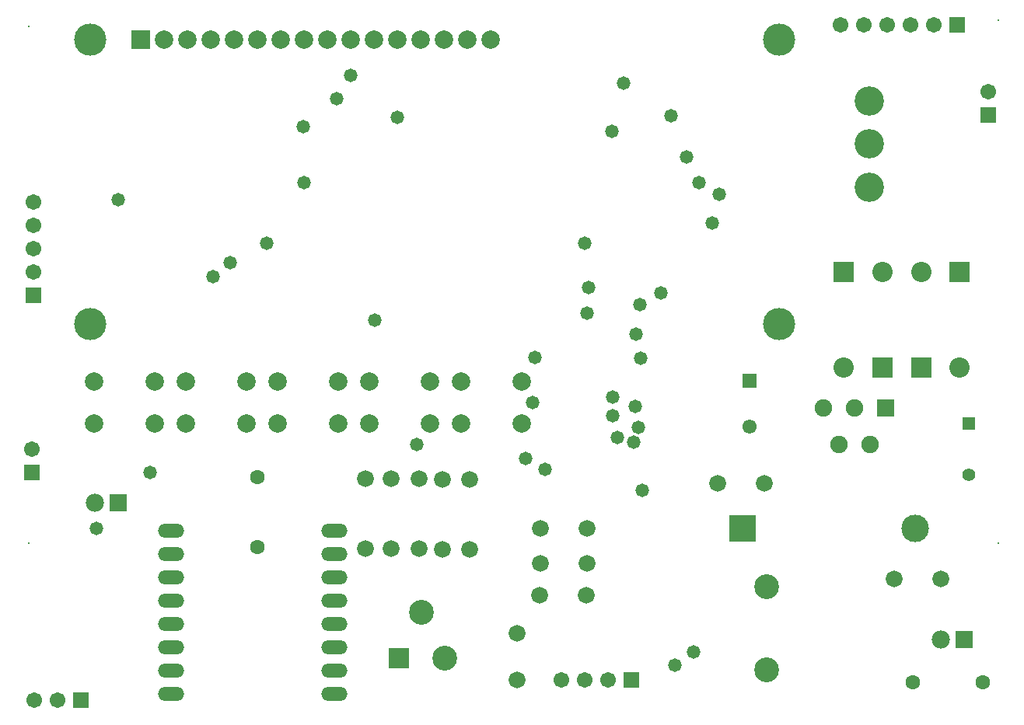
<source format=gbs>
%FSLAX44Y44*%
%MOMM*%
G71*
G01*
G75*
G04 Layer_Color=16711935*
%ADD10R,1.8000X0.2300*%
%ADD11O,0.2300X1.8000*%
%ADD12R,0.2300X1.8000*%
%ADD13C,1.0000*%
%ADD14C,0.2540*%
%ADD15C,0.5000*%
%ADD16O,2.6416X1.3208*%
%ADD17C,1.5000*%
%ADD18R,1.5000X1.5000*%
%ADD19R,1.5000X1.5000*%
%ADD20C,2.8000*%
%ADD21R,2.8000X2.8000*%
%ADD22C,1.4000*%
%ADD23C,1.6256*%
%ADD24C,1.7000*%
%ADD25R,1.7000X1.7000*%
%ADD26C,1.8000*%
%ADD27C,3.0000*%
%ADD28R,1.3500X1.3500*%
%ADD29C,1.3500*%
%ADD30R,2.0000X2.0000*%
%ADD31C,2.0000*%
%ADD32C,2.5000*%
%ADD33R,1.8000X1.8000*%
%ADD34C,1.8000*%
%ADD35R,1.7780X1.7780*%
%ADD36C,1.7780*%
%ADD37R,2.0000X2.0000*%
%ADD38C,1.2000*%
%ADD39R,1.2000X1.2000*%
%ADD40C,1.2700*%
%ADD41C,3.3000*%
%ADD42C,0.1270*%
%ADD43C,0.2500*%
%ADD44C,0.2000*%
%ADD45C,0.1524*%
%ADD46C,0.1500*%
%ADD47R,0.8000X5.6000*%
%ADD48R,2.8000X0.8000*%
%ADD49R,2.0032X0.4332*%
%ADD50O,0.4332X2.0032*%
%ADD51R,0.4332X2.0032*%
%ADD52O,2.8448X1.5240*%
%ADD53C,1.7032*%
%ADD54R,1.7032X1.7032*%
%ADD55R,1.7032X1.7032*%
%ADD56C,3.0032*%
%ADD57R,3.0032X3.0032*%
%ADD58C,1.6032*%
%ADD59C,1.8288*%
%ADD60C,0.2032*%
%ADD61C,1.9032*%
%ADD62R,1.9032X1.9032*%
%ADD63C,2.0032*%
%ADD64C,3.2032*%
%ADD65R,1.5532X1.5532*%
%ADD66C,1.5532*%
%ADD67R,2.2032X2.2032*%
%ADD68C,2.2032*%
%ADD69C,2.7032*%
%ADD70R,2.0032X2.0032*%
%ADD71C,2.0032*%
%ADD72R,1.9812X1.9812*%
%ADD73C,1.9812*%
%ADD74R,2.2032X2.2032*%
%ADD75C,1.4032*%
%ADD76R,1.4032X1.4032*%
%ADD77C,1.4732*%
%ADD78C,3.5032*%
D52*
X673100Y311150D02*
D03*
Y336550D02*
D03*
Y361950D02*
D03*
Y387350D02*
D03*
Y412750D02*
D03*
Y438150D02*
D03*
Y463550D02*
D03*
Y488950D02*
D03*
X495300D02*
D03*
Y463550D02*
D03*
Y438150D02*
D03*
Y412750D02*
D03*
Y387350D02*
D03*
Y361950D02*
D03*
Y336550D02*
D03*
Y311150D02*
D03*
D53*
X345440Y847090D02*
D03*
Y821690D02*
D03*
Y796290D02*
D03*
Y770890D02*
D03*
X372110Y304800D02*
D03*
X346710D02*
D03*
X1325880Y1040130D02*
D03*
X1300480D02*
D03*
X1275080D02*
D03*
X1249680D02*
D03*
X1224280D02*
D03*
X344170Y577850D02*
D03*
X1385570Y967740D02*
D03*
X971550Y326390D02*
D03*
X946150D02*
D03*
X920750D02*
D03*
D54*
X345440Y745490D02*
D03*
X344170Y552450D02*
D03*
X1385570Y942340D02*
D03*
D55*
X397510Y304800D02*
D03*
X1351280Y1040130D02*
D03*
X996950Y326390D02*
D03*
D56*
X1305780Y491490D02*
D03*
D57*
X1117380D02*
D03*
D58*
X1379220Y323850D02*
D03*
X1303020D02*
D03*
X589280Y547370D02*
D03*
Y471170D02*
D03*
D59*
X1282700Y436880D02*
D03*
X1333500D02*
D03*
X707390Y546100D02*
D03*
Y469900D02*
D03*
X735330D02*
D03*
Y546100D02*
D03*
X765810Y469900D02*
D03*
Y546100D02*
D03*
X791210Y468630D02*
D03*
Y544830D02*
D03*
X820420Y468630D02*
D03*
Y544830D02*
D03*
X872490Y326390D02*
D03*
Y377190D02*
D03*
X1090930Y541020D02*
D03*
X1141730D02*
D03*
X896620Y419100D02*
D03*
X947420D02*
D03*
X948690Y491490D02*
D03*
X897890D02*
D03*
X948690Y453390D02*
D03*
X897890D02*
D03*
D60*
X340360Y475210D02*
D03*
X1396360D02*
D03*
Y1045210D02*
D03*
X340360Y1038860D02*
D03*
D61*
X1205520Y623250D02*
D03*
X1222520Y583250D02*
D03*
X1239520Y623250D02*
D03*
X1256520Y583250D02*
D03*
D62*
X1273520Y623250D02*
D03*
D63*
X577500Y605650D02*
D03*
Y651650D02*
D03*
X511500Y605650D02*
D03*
Y651650D02*
D03*
X677500Y605650D02*
D03*
Y651650D02*
D03*
X611500Y605650D02*
D03*
Y651650D02*
D03*
X777500Y605650D02*
D03*
Y651650D02*
D03*
X711500Y605650D02*
D03*
Y651650D02*
D03*
X877500Y605650D02*
D03*
Y651650D02*
D03*
X811500Y605650D02*
D03*
Y651650D02*
D03*
X477500Y605650D02*
D03*
Y651650D02*
D03*
X411500Y605650D02*
D03*
Y651650D02*
D03*
D64*
X1256030Y957580D02*
D03*
Y863580D02*
D03*
Y910580D02*
D03*
D65*
X1125220Y652380D02*
D03*
D66*
X1125220Y602380D02*
D03*
D67*
X1228000Y771120D02*
D03*
X1312000Y666520D02*
D03*
X1354000Y771120D02*
D03*
X1270000Y666520D02*
D03*
D68*
X1228000D02*
D03*
X1312000Y771120D02*
D03*
X1354000Y666520D02*
D03*
X1270000Y771120D02*
D03*
D69*
X1144270Y427820D02*
D03*
Y337820D02*
D03*
X768280Y400520D02*
D03*
X793280Y350520D02*
D03*
D70*
X462270Y1024610D02*
D03*
D71*
X487670D02*
D03*
X513070D02*
D03*
X538470D02*
D03*
X563870D02*
D03*
X589270D02*
D03*
X614670D02*
D03*
X640070D02*
D03*
X665470D02*
D03*
X690870D02*
D03*
X716270D02*
D03*
X741670D02*
D03*
X767070D02*
D03*
X792470D02*
D03*
X817870D02*
D03*
X843270D02*
D03*
D72*
X1358900Y370840D02*
D03*
X438150Y519430D02*
D03*
D73*
X1333500Y370840D02*
D03*
X412750Y519430D02*
D03*
D74*
X743280Y350520D02*
D03*
D75*
X1363980Y549750D02*
D03*
D76*
Y605950D02*
D03*
D77*
X1092200Y855980D02*
D03*
X1084580Y824230D02*
D03*
X438150Y849630D02*
D03*
X948570Y726440D02*
D03*
X976630Y614680D02*
D03*
X1064260Y356870D02*
D03*
X1043940Y342900D02*
D03*
X981710Y590550D02*
D03*
X1008380Y533400D02*
D03*
X414020Y491490D02*
D03*
X1004570Y601980D02*
D03*
X763270Y582930D02*
D03*
X1000760Y624840D02*
D03*
X881380Y567690D02*
D03*
X889000Y628650D02*
D03*
X891540Y678180D02*
D03*
X640080Y868680D02*
D03*
X1070610D02*
D03*
X639445Y929005D02*
D03*
X1056640Y896620D02*
D03*
X675640Y960120D02*
D03*
X1040130Y941070D02*
D03*
X690880Y985520D02*
D03*
X988060Y976630D02*
D03*
X717550Y718820D02*
D03*
X1002030Y703580D02*
D03*
X741680Y939800D02*
D03*
X975360Y924560D02*
D03*
X541020Y765810D02*
D03*
X999490Y585470D02*
D03*
X560070Y781050D02*
D03*
X949960Y754380D02*
D03*
X946150Y802640D02*
D03*
X599440D02*
D03*
X472440Y552450D02*
D03*
X1005840Y735330D02*
D03*
X976630Y635000D02*
D03*
X1028700Y748030D02*
D03*
X1007110Y676910D02*
D03*
X902970Y556260D02*
D03*
D78*
X407270Y1024610D02*
D03*
X1157270D02*
D03*
Y714610D02*
D03*
X407270D02*
D03*
M02*

</source>
